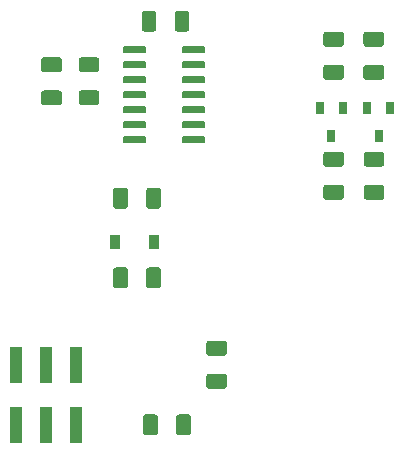
<source format=gtp>
G04 #@! TF.GenerationSoftware,KiCad,Pcbnew,(5.1.5-0-10_14)*
G04 #@! TF.CreationDate,2020-04-22T00:34:19+02:00*
G04 #@! TF.ProjectId,ithowifi,6974686f-7769-4666-992e-6b696361645f,rev?*
G04 #@! TF.SameCoordinates,Original*
G04 #@! TF.FileFunction,Paste,Top*
G04 #@! TF.FilePolarity,Positive*
%FSLAX46Y46*%
G04 Gerber Fmt 4.6, Leading zero omitted, Abs format (unit mm)*
G04 Created by KiCad (PCBNEW (5.1.5-0-10_14)) date 2020-04-22 00:34:19*
%MOMM*%
%LPD*%
G04 APERTURE LIST*
%ADD10C,0.100000*%
%ADD11R,0.700000X1.000000*%
%ADD12R,1.000000X3.150000*%
%ADD13R,0.900000X1.200000*%
G04 APERTURE END LIST*
D10*
G36*
X95645504Y-115451204D02*
G01*
X95669773Y-115454804D01*
X95693571Y-115460765D01*
X95716671Y-115469030D01*
X95738849Y-115479520D01*
X95759893Y-115492133D01*
X95779598Y-115506747D01*
X95797777Y-115523223D01*
X95814253Y-115541402D01*
X95828867Y-115561107D01*
X95841480Y-115582151D01*
X95851970Y-115604329D01*
X95860235Y-115627429D01*
X95866196Y-115651227D01*
X95869796Y-115675496D01*
X95871000Y-115700000D01*
X95871000Y-116450000D01*
X95869796Y-116474504D01*
X95866196Y-116498773D01*
X95860235Y-116522571D01*
X95851970Y-116545671D01*
X95841480Y-116567849D01*
X95828867Y-116588893D01*
X95814253Y-116608598D01*
X95797777Y-116626777D01*
X95779598Y-116643253D01*
X95759893Y-116657867D01*
X95738849Y-116670480D01*
X95716671Y-116680970D01*
X95693571Y-116689235D01*
X95669773Y-116695196D01*
X95645504Y-116698796D01*
X95621000Y-116700000D01*
X94371000Y-116700000D01*
X94346496Y-116698796D01*
X94322227Y-116695196D01*
X94298429Y-116689235D01*
X94275329Y-116680970D01*
X94253151Y-116670480D01*
X94232107Y-116657867D01*
X94212402Y-116643253D01*
X94194223Y-116626777D01*
X94177747Y-116608598D01*
X94163133Y-116588893D01*
X94150520Y-116567849D01*
X94140030Y-116545671D01*
X94131765Y-116522571D01*
X94125804Y-116498773D01*
X94122204Y-116474504D01*
X94121000Y-116450000D01*
X94121000Y-115700000D01*
X94122204Y-115675496D01*
X94125804Y-115651227D01*
X94131765Y-115627429D01*
X94140030Y-115604329D01*
X94150520Y-115582151D01*
X94163133Y-115561107D01*
X94177747Y-115541402D01*
X94194223Y-115523223D01*
X94212402Y-115506747D01*
X94232107Y-115492133D01*
X94253151Y-115479520D01*
X94275329Y-115469030D01*
X94298429Y-115460765D01*
X94322227Y-115454804D01*
X94346496Y-115451204D01*
X94371000Y-115450000D01*
X95621000Y-115450000D01*
X95645504Y-115451204D01*
G37*
G36*
X95645504Y-118251204D02*
G01*
X95669773Y-118254804D01*
X95693571Y-118260765D01*
X95716671Y-118269030D01*
X95738849Y-118279520D01*
X95759893Y-118292133D01*
X95779598Y-118306747D01*
X95797777Y-118323223D01*
X95814253Y-118341402D01*
X95828867Y-118361107D01*
X95841480Y-118382151D01*
X95851970Y-118404329D01*
X95860235Y-118427429D01*
X95866196Y-118451227D01*
X95869796Y-118475496D01*
X95871000Y-118500000D01*
X95871000Y-119250000D01*
X95869796Y-119274504D01*
X95866196Y-119298773D01*
X95860235Y-119322571D01*
X95851970Y-119345671D01*
X95841480Y-119367849D01*
X95828867Y-119388893D01*
X95814253Y-119408598D01*
X95797777Y-119426777D01*
X95779598Y-119443253D01*
X95759893Y-119457867D01*
X95738849Y-119470480D01*
X95716671Y-119480970D01*
X95693571Y-119489235D01*
X95669773Y-119495196D01*
X95645504Y-119498796D01*
X95621000Y-119500000D01*
X94371000Y-119500000D01*
X94346496Y-119498796D01*
X94322227Y-119495196D01*
X94298429Y-119489235D01*
X94275329Y-119480970D01*
X94253151Y-119470480D01*
X94232107Y-119457867D01*
X94212402Y-119443253D01*
X94194223Y-119426777D01*
X94177747Y-119408598D01*
X94163133Y-119388893D01*
X94150520Y-119367849D01*
X94140030Y-119345671D01*
X94131765Y-119322571D01*
X94125804Y-119298773D01*
X94122204Y-119274504D01*
X94121000Y-119250000D01*
X94121000Y-118500000D01*
X94122204Y-118475496D01*
X94125804Y-118451227D01*
X94131765Y-118427429D01*
X94140030Y-118404329D01*
X94150520Y-118382151D01*
X94163133Y-118361107D01*
X94177747Y-118341402D01*
X94194223Y-118323223D01*
X94212402Y-118306747D01*
X94232107Y-118292133D01*
X94253151Y-118279520D01*
X94275329Y-118269030D01*
X94298429Y-118260765D01*
X94322227Y-118254804D01*
X94346496Y-118251204D01*
X94371000Y-118250000D01*
X95621000Y-118250000D01*
X95645504Y-118251204D01*
G37*
G36*
X98820504Y-115451204D02*
G01*
X98844773Y-115454804D01*
X98868571Y-115460765D01*
X98891671Y-115469030D01*
X98913849Y-115479520D01*
X98934893Y-115492133D01*
X98954598Y-115506747D01*
X98972777Y-115523223D01*
X98989253Y-115541402D01*
X99003867Y-115561107D01*
X99016480Y-115582151D01*
X99026970Y-115604329D01*
X99035235Y-115627429D01*
X99041196Y-115651227D01*
X99044796Y-115675496D01*
X99046000Y-115700000D01*
X99046000Y-116450000D01*
X99044796Y-116474504D01*
X99041196Y-116498773D01*
X99035235Y-116522571D01*
X99026970Y-116545671D01*
X99016480Y-116567849D01*
X99003867Y-116588893D01*
X98989253Y-116608598D01*
X98972777Y-116626777D01*
X98954598Y-116643253D01*
X98934893Y-116657867D01*
X98913849Y-116670480D01*
X98891671Y-116680970D01*
X98868571Y-116689235D01*
X98844773Y-116695196D01*
X98820504Y-116698796D01*
X98796000Y-116700000D01*
X97546000Y-116700000D01*
X97521496Y-116698796D01*
X97497227Y-116695196D01*
X97473429Y-116689235D01*
X97450329Y-116680970D01*
X97428151Y-116670480D01*
X97407107Y-116657867D01*
X97387402Y-116643253D01*
X97369223Y-116626777D01*
X97352747Y-116608598D01*
X97338133Y-116588893D01*
X97325520Y-116567849D01*
X97315030Y-116545671D01*
X97306765Y-116522571D01*
X97300804Y-116498773D01*
X97297204Y-116474504D01*
X97296000Y-116450000D01*
X97296000Y-115700000D01*
X97297204Y-115675496D01*
X97300804Y-115651227D01*
X97306765Y-115627429D01*
X97315030Y-115604329D01*
X97325520Y-115582151D01*
X97338133Y-115561107D01*
X97352747Y-115541402D01*
X97369223Y-115523223D01*
X97387402Y-115506747D01*
X97407107Y-115492133D01*
X97428151Y-115479520D01*
X97450329Y-115469030D01*
X97473429Y-115460765D01*
X97497227Y-115454804D01*
X97521496Y-115451204D01*
X97546000Y-115450000D01*
X98796000Y-115450000D01*
X98820504Y-115451204D01*
G37*
G36*
X98820504Y-118251204D02*
G01*
X98844773Y-118254804D01*
X98868571Y-118260765D01*
X98891671Y-118269030D01*
X98913849Y-118279520D01*
X98934893Y-118292133D01*
X98954598Y-118306747D01*
X98972777Y-118323223D01*
X98989253Y-118341402D01*
X99003867Y-118361107D01*
X99016480Y-118382151D01*
X99026970Y-118404329D01*
X99035235Y-118427429D01*
X99041196Y-118451227D01*
X99044796Y-118475496D01*
X99046000Y-118500000D01*
X99046000Y-119250000D01*
X99044796Y-119274504D01*
X99041196Y-119298773D01*
X99035235Y-119322571D01*
X99026970Y-119345671D01*
X99016480Y-119367849D01*
X99003867Y-119388893D01*
X98989253Y-119408598D01*
X98972777Y-119426777D01*
X98954598Y-119443253D01*
X98934893Y-119457867D01*
X98913849Y-119470480D01*
X98891671Y-119480970D01*
X98868571Y-119489235D01*
X98844773Y-119495196D01*
X98820504Y-119498796D01*
X98796000Y-119500000D01*
X97546000Y-119500000D01*
X97521496Y-119498796D01*
X97497227Y-119495196D01*
X97473429Y-119489235D01*
X97450329Y-119480970D01*
X97428151Y-119470480D01*
X97407107Y-119457867D01*
X97387402Y-119443253D01*
X97369223Y-119426777D01*
X97352747Y-119408598D01*
X97338133Y-119388893D01*
X97325520Y-119367849D01*
X97315030Y-119345671D01*
X97306765Y-119322571D01*
X97300804Y-119298773D01*
X97297204Y-119274504D01*
X97296000Y-119250000D01*
X97296000Y-118500000D01*
X97297204Y-118475496D01*
X97300804Y-118451227D01*
X97306765Y-118427429D01*
X97315030Y-118404329D01*
X97325520Y-118382151D01*
X97338133Y-118361107D01*
X97352747Y-118341402D01*
X97369223Y-118323223D01*
X97387402Y-118306747D01*
X97407107Y-118292133D01*
X97428151Y-118279520D01*
X97450329Y-118269030D01*
X97473429Y-118260765D01*
X97497227Y-118254804D01*
X97521496Y-118251204D01*
X97546000Y-118250000D01*
X98796000Y-118250000D01*
X98820504Y-118251204D01*
G37*
D11*
X122682000Y-122104000D03*
X121732000Y-119704000D03*
X123632000Y-119704000D03*
D10*
G36*
X106447504Y-111521204D02*
G01*
X106471773Y-111524804D01*
X106495571Y-111530765D01*
X106518671Y-111539030D01*
X106540849Y-111549520D01*
X106561893Y-111562133D01*
X106581598Y-111576747D01*
X106599777Y-111593223D01*
X106616253Y-111611402D01*
X106630867Y-111631107D01*
X106643480Y-111652151D01*
X106653970Y-111674329D01*
X106662235Y-111697429D01*
X106668196Y-111721227D01*
X106671796Y-111745496D01*
X106673000Y-111770000D01*
X106673000Y-113020000D01*
X106671796Y-113044504D01*
X106668196Y-113068773D01*
X106662235Y-113092571D01*
X106653970Y-113115671D01*
X106643480Y-113137849D01*
X106630867Y-113158893D01*
X106616253Y-113178598D01*
X106599777Y-113196777D01*
X106581598Y-113213253D01*
X106561893Y-113227867D01*
X106540849Y-113240480D01*
X106518671Y-113250970D01*
X106495571Y-113259235D01*
X106471773Y-113265196D01*
X106447504Y-113268796D01*
X106423000Y-113270000D01*
X105673000Y-113270000D01*
X105648496Y-113268796D01*
X105624227Y-113265196D01*
X105600429Y-113259235D01*
X105577329Y-113250970D01*
X105555151Y-113240480D01*
X105534107Y-113227867D01*
X105514402Y-113213253D01*
X105496223Y-113196777D01*
X105479747Y-113178598D01*
X105465133Y-113158893D01*
X105452520Y-113137849D01*
X105442030Y-113115671D01*
X105433765Y-113092571D01*
X105427804Y-113068773D01*
X105424204Y-113044504D01*
X105423000Y-113020000D01*
X105423000Y-111770000D01*
X105424204Y-111745496D01*
X105427804Y-111721227D01*
X105433765Y-111697429D01*
X105442030Y-111674329D01*
X105452520Y-111652151D01*
X105465133Y-111631107D01*
X105479747Y-111611402D01*
X105496223Y-111593223D01*
X105514402Y-111576747D01*
X105534107Y-111562133D01*
X105555151Y-111549520D01*
X105577329Y-111539030D01*
X105600429Y-111530765D01*
X105624227Y-111524804D01*
X105648496Y-111521204D01*
X105673000Y-111520000D01*
X106423000Y-111520000D01*
X106447504Y-111521204D01*
G37*
G36*
X103647504Y-111521204D02*
G01*
X103671773Y-111524804D01*
X103695571Y-111530765D01*
X103718671Y-111539030D01*
X103740849Y-111549520D01*
X103761893Y-111562133D01*
X103781598Y-111576747D01*
X103799777Y-111593223D01*
X103816253Y-111611402D01*
X103830867Y-111631107D01*
X103843480Y-111652151D01*
X103853970Y-111674329D01*
X103862235Y-111697429D01*
X103868196Y-111721227D01*
X103871796Y-111745496D01*
X103873000Y-111770000D01*
X103873000Y-113020000D01*
X103871796Y-113044504D01*
X103868196Y-113068773D01*
X103862235Y-113092571D01*
X103853970Y-113115671D01*
X103843480Y-113137849D01*
X103830867Y-113158893D01*
X103816253Y-113178598D01*
X103799777Y-113196777D01*
X103781598Y-113213253D01*
X103761893Y-113227867D01*
X103740849Y-113240480D01*
X103718671Y-113250970D01*
X103695571Y-113259235D01*
X103671773Y-113265196D01*
X103647504Y-113268796D01*
X103623000Y-113270000D01*
X102873000Y-113270000D01*
X102848496Y-113268796D01*
X102824227Y-113265196D01*
X102800429Y-113259235D01*
X102777329Y-113250970D01*
X102755151Y-113240480D01*
X102734107Y-113227867D01*
X102714402Y-113213253D01*
X102696223Y-113196777D01*
X102679747Y-113178598D01*
X102665133Y-113158893D01*
X102652520Y-113137849D01*
X102642030Y-113115671D01*
X102633765Y-113092571D01*
X102627804Y-113068773D01*
X102624204Y-113044504D01*
X102623000Y-113020000D01*
X102623000Y-111770000D01*
X102624204Y-111745496D01*
X102627804Y-111721227D01*
X102633765Y-111697429D01*
X102642030Y-111674329D01*
X102652520Y-111652151D01*
X102665133Y-111631107D01*
X102679747Y-111611402D01*
X102696223Y-111593223D01*
X102714402Y-111576747D01*
X102734107Y-111562133D01*
X102755151Y-111549520D01*
X102777329Y-111539030D01*
X102800429Y-111530765D01*
X102824227Y-111524804D01*
X102848496Y-111521204D01*
X102873000Y-111520000D01*
X103623000Y-111520000D01*
X103647504Y-111521204D01*
G37*
G36*
X107835703Y-114508722D02*
G01*
X107850264Y-114510882D01*
X107864543Y-114514459D01*
X107878403Y-114519418D01*
X107891710Y-114525712D01*
X107904336Y-114533280D01*
X107916159Y-114542048D01*
X107927066Y-114551934D01*
X107936952Y-114562841D01*
X107945720Y-114574664D01*
X107953288Y-114587290D01*
X107959582Y-114600597D01*
X107964541Y-114614457D01*
X107968118Y-114628736D01*
X107970278Y-114643297D01*
X107971000Y-114658000D01*
X107971000Y-114958000D01*
X107970278Y-114972703D01*
X107968118Y-114987264D01*
X107964541Y-115001543D01*
X107959582Y-115015403D01*
X107953288Y-115028710D01*
X107945720Y-115041336D01*
X107936952Y-115053159D01*
X107927066Y-115064066D01*
X107916159Y-115073952D01*
X107904336Y-115082720D01*
X107891710Y-115090288D01*
X107878403Y-115096582D01*
X107864543Y-115101541D01*
X107850264Y-115105118D01*
X107835703Y-115107278D01*
X107821000Y-115108000D01*
X106171000Y-115108000D01*
X106156297Y-115107278D01*
X106141736Y-115105118D01*
X106127457Y-115101541D01*
X106113597Y-115096582D01*
X106100290Y-115090288D01*
X106087664Y-115082720D01*
X106075841Y-115073952D01*
X106064934Y-115064066D01*
X106055048Y-115053159D01*
X106046280Y-115041336D01*
X106038712Y-115028710D01*
X106032418Y-115015403D01*
X106027459Y-115001543D01*
X106023882Y-114987264D01*
X106021722Y-114972703D01*
X106021000Y-114958000D01*
X106021000Y-114658000D01*
X106021722Y-114643297D01*
X106023882Y-114628736D01*
X106027459Y-114614457D01*
X106032418Y-114600597D01*
X106038712Y-114587290D01*
X106046280Y-114574664D01*
X106055048Y-114562841D01*
X106064934Y-114551934D01*
X106075841Y-114542048D01*
X106087664Y-114533280D01*
X106100290Y-114525712D01*
X106113597Y-114519418D01*
X106127457Y-114514459D01*
X106141736Y-114510882D01*
X106156297Y-114508722D01*
X106171000Y-114508000D01*
X107821000Y-114508000D01*
X107835703Y-114508722D01*
G37*
G36*
X107835703Y-115778722D02*
G01*
X107850264Y-115780882D01*
X107864543Y-115784459D01*
X107878403Y-115789418D01*
X107891710Y-115795712D01*
X107904336Y-115803280D01*
X107916159Y-115812048D01*
X107927066Y-115821934D01*
X107936952Y-115832841D01*
X107945720Y-115844664D01*
X107953288Y-115857290D01*
X107959582Y-115870597D01*
X107964541Y-115884457D01*
X107968118Y-115898736D01*
X107970278Y-115913297D01*
X107971000Y-115928000D01*
X107971000Y-116228000D01*
X107970278Y-116242703D01*
X107968118Y-116257264D01*
X107964541Y-116271543D01*
X107959582Y-116285403D01*
X107953288Y-116298710D01*
X107945720Y-116311336D01*
X107936952Y-116323159D01*
X107927066Y-116334066D01*
X107916159Y-116343952D01*
X107904336Y-116352720D01*
X107891710Y-116360288D01*
X107878403Y-116366582D01*
X107864543Y-116371541D01*
X107850264Y-116375118D01*
X107835703Y-116377278D01*
X107821000Y-116378000D01*
X106171000Y-116378000D01*
X106156297Y-116377278D01*
X106141736Y-116375118D01*
X106127457Y-116371541D01*
X106113597Y-116366582D01*
X106100290Y-116360288D01*
X106087664Y-116352720D01*
X106075841Y-116343952D01*
X106064934Y-116334066D01*
X106055048Y-116323159D01*
X106046280Y-116311336D01*
X106038712Y-116298710D01*
X106032418Y-116285403D01*
X106027459Y-116271543D01*
X106023882Y-116257264D01*
X106021722Y-116242703D01*
X106021000Y-116228000D01*
X106021000Y-115928000D01*
X106021722Y-115913297D01*
X106023882Y-115898736D01*
X106027459Y-115884457D01*
X106032418Y-115870597D01*
X106038712Y-115857290D01*
X106046280Y-115844664D01*
X106055048Y-115832841D01*
X106064934Y-115821934D01*
X106075841Y-115812048D01*
X106087664Y-115803280D01*
X106100290Y-115795712D01*
X106113597Y-115789418D01*
X106127457Y-115784459D01*
X106141736Y-115780882D01*
X106156297Y-115778722D01*
X106171000Y-115778000D01*
X107821000Y-115778000D01*
X107835703Y-115778722D01*
G37*
G36*
X107835703Y-117048722D02*
G01*
X107850264Y-117050882D01*
X107864543Y-117054459D01*
X107878403Y-117059418D01*
X107891710Y-117065712D01*
X107904336Y-117073280D01*
X107916159Y-117082048D01*
X107927066Y-117091934D01*
X107936952Y-117102841D01*
X107945720Y-117114664D01*
X107953288Y-117127290D01*
X107959582Y-117140597D01*
X107964541Y-117154457D01*
X107968118Y-117168736D01*
X107970278Y-117183297D01*
X107971000Y-117198000D01*
X107971000Y-117498000D01*
X107970278Y-117512703D01*
X107968118Y-117527264D01*
X107964541Y-117541543D01*
X107959582Y-117555403D01*
X107953288Y-117568710D01*
X107945720Y-117581336D01*
X107936952Y-117593159D01*
X107927066Y-117604066D01*
X107916159Y-117613952D01*
X107904336Y-117622720D01*
X107891710Y-117630288D01*
X107878403Y-117636582D01*
X107864543Y-117641541D01*
X107850264Y-117645118D01*
X107835703Y-117647278D01*
X107821000Y-117648000D01*
X106171000Y-117648000D01*
X106156297Y-117647278D01*
X106141736Y-117645118D01*
X106127457Y-117641541D01*
X106113597Y-117636582D01*
X106100290Y-117630288D01*
X106087664Y-117622720D01*
X106075841Y-117613952D01*
X106064934Y-117604066D01*
X106055048Y-117593159D01*
X106046280Y-117581336D01*
X106038712Y-117568710D01*
X106032418Y-117555403D01*
X106027459Y-117541543D01*
X106023882Y-117527264D01*
X106021722Y-117512703D01*
X106021000Y-117498000D01*
X106021000Y-117198000D01*
X106021722Y-117183297D01*
X106023882Y-117168736D01*
X106027459Y-117154457D01*
X106032418Y-117140597D01*
X106038712Y-117127290D01*
X106046280Y-117114664D01*
X106055048Y-117102841D01*
X106064934Y-117091934D01*
X106075841Y-117082048D01*
X106087664Y-117073280D01*
X106100290Y-117065712D01*
X106113597Y-117059418D01*
X106127457Y-117054459D01*
X106141736Y-117050882D01*
X106156297Y-117048722D01*
X106171000Y-117048000D01*
X107821000Y-117048000D01*
X107835703Y-117048722D01*
G37*
G36*
X107835703Y-118318722D02*
G01*
X107850264Y-118320882D01*
X107864543Y-118324459D01*
X107878403Y-118329418D01*
X107891710Y-118335712D01*
X107904336Y-118343280D01*
X107916159Y-118352048D01*
X107927066Y-118361934D01*
X107936952Y-118372841D01*
X107945720Y-118384664D01*
X107953288Y-118397290D01*
X107959582Y-118410597D01*
X107964541Y-118424457D01*
X107968118Y-118438736D01*
X107970278Y-118453297D01*
X107971000Y-118468000D01*
X107971000Y-118768000D01*
X107970278Y-118782703D01*
X107968118Y-118797264D01*
X107964541Y-118811543D01*
X107959582Y-118825403D01*
X107953288Y-118838710D01*
X107945720Y-118851336D01*
X107936952Y-118863159D01*
X107927066Y-118874066D01*
X107916159Y-118883952D01*
X107904336Y-118892720D01*
X107891710Y-118900288D01*
X107878403Y-118906582D01*
X107864543Y-118911541D01*
X107850264Y-118915118D01*
X107835703Y-118917278D01*
X107821000Y-118918000D01*
X106171000Y-118918000D01*
X106156297Y-118917278D01*
X106141736Y-118915118D01*
X106127457Y-118911541D01*
X106113597Y-118906582D01*
X106100290Y-118900288D01*
X106087664Y-118892720D01*
X106075841Y-118883952D01*
X106064934Y-118874066D01*
X106055048Y-118863159D01*
X106046280Y-118851336D01*
X106038712Y-118838710D01*
X106032418Y-118825403D01*
X106027459Y-118811543D01*
X106023882Y-118797264D01*
X106021722Y-118782703D01*
X106021000Y-118768000D01*
X106021000Y-118468000D01*
X106021722Y-118453297D01*
X106023882Y-118438736D01*
X106027459Y-118424457D01*
X106032418Y-118410597D01*
X106038712Y-118397290D01*
X106046280Y-118384664D01*
X106055048Y-118372841D01*
X106064934Y-118361934D01*
X106075841Y-118352048D01*
X106087664Y-118343280D01*
X106100290Y-118335712D01*
X106113597Y-118329418D01*
X106127457Y-118324459D01*
X106141736Y-118320882D01*
X106156297Y-118318722D01*
X106171000Y-118318000D01*
X107821000Y-118318000D01*
X107835703Y-118318722D01*
G37*
G36*
X107835703Y-119588722D02*
G01*
X107850264Y-119590882D01*
X107864543Y-119594459D01*
X107878403Y-119599418D01*
X107891710Y-119605712D01*
X107904336Y-119613280D01*
X107916159Y-119622048D01*
X107927066Y-119631934D01*
X107936952Y-119642841D01*
X107945720Y-119654664D01*
X107953288Y-119667290D01*
X107959582Y-119680597D01*
X107964541Y-119694457D01*
X107968118Y-119708736D01*
X107970278Y-119723297D01*
X107971000Y-119738000D01*
X107971000Y-120038000D01*
X107970278Y-120052703D01*
X107968118Y-120067264D01*
X107964541Y-120081543D01*
X107959582Y-120095403D01*
X107953288Y-120108710D01*
X107945720Y-120121336D01*
X107936952Y-120133159D01*
X107927066Y-120144066D01*
X107916159Y-120153952D01*
X107904336Y-120162720D01*
X107891710Y-120170288D01*
X107878403Y-120176582D01*
X107864543Y-120181541D01*
X107850264Y-120185118D01*
X107835703Y-120187278D01*
X107821000Y-120188000D01*
X106171000Y-120188000D01*
X106156297Y-120187278D01*
X106141736Y-120185118D01*
X106127457Y-120181541D01*
X106113597Y-120176582D01*
X106100290Y-120170288D01*
X106087664Y-120162720D01*
X106075841Y-120153952D01*
X106064934Y-120144066D01*
X106055048Y-120133159D01*
X106046280Y-120121336D01*
X106038712Y-120108710D01*
X106032418Y-120095403D01*
X106027459Y-120081543D01*
X106023882Y-120067264D01*
X106021722Y-120052703D01*
X106021000Y-120038000D01*
X106021000Y-119738000D01*
X106021722Y-119723297D01*
X106023882Y-119708736D01*
X106027459Y-119694457D01*
X106032418Y-119680597D01*
X106038712Y-119667290D01*
X106046280Y-119654664D01*
X106055048Y-119642841D01*
X106064934Y-119631934D01*
X106075841Y-119622048D01*
X106087664Y-119613280D01*
X106100290Y-119605712D01*
X106113597Y-119599418D01*
X106127457Y-119594459D01*
X106141736Y-119590882D01*
X106156297Y-119588722D01*
X106171000Y-119588000D01*
X107821000Y-119588000D01*
X107835703Y-119588722D01*
G37*
G36*
X107835703Y-120858722D02*
G01*
X107850264Y-120860882D01*
X107864543Y-120864459D01*
X107878403Y-120869418D01*
X107891710Y-120875712D01*
X107904336Y-120883280D01*
X107916159Y-120892048D01*
X107927066Y-120901934D01*
X107936952Y-120912841D01*
X107945720Y-120924664D01*
X107953288Y-120937290D01*
X107959582Y-120950597D01*
X107964541Y-120964457D01*
X107968118Y-120978736D01*
X107970278Y-120993297D01*
X107971000Y-121008000D01*
X107971000Y-121308000D01*
X107970278Y-121322703D01*
X107968118Y-121337264D01*
X107964541Y-121351543D01*
X107959582Y-121365403D01*
X107953288Y-121378710D01*
X107945720Y-121391336D01*
X107936952Y-121403159D01*
X107927066Y-121414066D01*
X107916159Y-121423952D01*
X107904336Y-121432720D01*
X107891710Y-121440288D01*
X107878403Y-121446582D01*
X107864543Y-121451541D01*
X107850264Y-121455118D01*
X107835703Y-121457278D01*
X107821000Y-121458000D01*
X106171000Y-121458000D01*
X106156297Y-121457278D01*
X106141736Y-121455118D01*
X106127457Y-121451541D01*
X106113597Y-121446582D01*
X106100290Y-121440288D01*
X106087664Y-121432720D01*
X106075841Y-121423952D01*
X106064934Y-121414066D01*
X106055048Y-121403159D01*
X106046280Y-121391336D01*
X106038712Y-121378710D01*
X106032418Y-121365403D01*
X106027459Y-121351543D01*
X106023882Y-121337264D01*
X106021722Y-121322703D01*
X106021000Y-121308000D01*
X106021000Y-121008000D01*
X106021722Y-120993297D01*
X106023882Y-120978736D01*
X106027459Y-120964457D01*
X106032418Y-120950597D01*
X106038712Y-120937290D01*
X106046280Y-120924664D01*
X106055048Y-120912841D01*
X106064934Y-120901934D01*
X106075841Y-120892048D01*
X106087664Y-120883280D01*
X106100290Y-120875712D01*
X106113597Y-120869418D01*
X106127457Y-120864459D01*
X106141736Y-120860882D01*
X106156297Y-120858722D01*
X106171000Y-120858000D01*
X107821000Y-120858000D01*
X107835703Y-120858722D01*
G37*
G36*
X107835703Y-122128722D02*
G01*
X107850264Y-122130882D01*
X107864543Y-122134459D01*
X107878403Y-122139418D01*
X107891710Y-122145712D01*
X107904336Y-122153280D01*
X107916159Y-122162048D01*
X107927066Y-122171934D01*
X107936952Y-122182841D01*
X107945720Y-122194664D01*
X107953288Y-122207290D01*
X107959582Y-122220597D01*
X107964541Y-122234457D01*
X107968118Y-122248736D01*
X107970278Y-122263297D01*
X107971000Y-122278000D01*
X107971000Y-122578000D01*
X107970278Y-122592703D01*
X107968118Y-122607264D01*
X107964541Y-122621543D01*
X107959582Y-122635403D01*
X107953288Y-122648710D01*
X107945720Y-122661336D01*
X107936952Y-122673159D01*
X107927066Y-122684066D01*
X107916159Y-122693952D01*
X107904336Y-122702720D01*
X107891710Y-122710288D01*
X107878403Y-122716582D01*
X107864543Y-122721541D01*
X107850264Y-122725118D01*
X107835703Y-122727278D01*
X107821000Y-122728000D01*
X106171000Y-122728000D01*
X106156297Y-122727278D01*
X106141736Y-122725118D01*
X106127457Y-122721541D01*
X106113597Y-122716582D01*
X106100290Y-122710288D01*
X106087664Y-122702720D01*
X106075841Y-122693952D01*
X106064934Y-122684066D01*
X106055048Y-122673159D01*
X106046280Y-122661336D01*
X106038712Y-122648710D01*
X106032418Y-122635403D01*
X106027459Y-122621543D01*
X106023882Y-122607264D01*
X106021722Y-122592703D01*
X106021000Y-122578000D01*
X106021000Y-122278000D01*
X106021722Y-122263297D01*
X106023882Y-122248736D01*
X106027459Y-122234457D01*
X106032418Y-122220597D01*
X106038712Y-122207290D01*
X106046280Y-122194664D01*
X106055048Y-122182841D01*
X106064934Y-122171934D01*
X106075841Y-122162048D01*
X106087664Y-122153280D01*
X106100290Y-122145712D01*
X106113597Y-122139418D01*
X106127457Y-122134459D01*
X106141736Y-122130882D01*
X106156297Y-122128722D01*
X106171000Y-122128000D01*
X107821000Y-122128000D01*
X107835703Y-122128722D01*
G37*
G36*
X102885703Y-122128722D02*
G01*
X102900264Y-122130882D01*
X102914543Y-122134459D01*
X102928403Y-122139418D01*
X102941710Y-122145712D01*
X102954336Y-122153280D01*
X102966159Y-122162048D01*
X102977066Y-122171934D01*
X102986952Y-122182841D01*
X102995720Y-122194664D01*
X103003288Y-122207290D01*
X103009582Y-122220597D01*
X103014541Y-122234457D01*
X103018118Y-122248736D01*
X103020278Y-122263297D01*
X103021000Y-122278000D01*
X103021000Y-122578000D01*
X103020278Y-122592703D01*
X103018118Y-122607264D01*
X103014541Y-122621543D01*
X103009582Y-122635403D01*
X103003288Y-122648710D01*
X102995720Y-122661336D01*
X102986952Y-122673159D01*
X102977066Y-122684066D01*
X102966159Y-122693952D01*
X102954336Y-122702720D01*
X102941710Y-122710288D01*
X102928403Y-122716582D01*
X102914543Y-122721541D01*
X102900264Y-122725118D01*
X102885703Y-122727278D01*
X102871000Y-122728000D01*
X101221000Y-122728000D01*
X101206297Y-122727278D01*
X101191736Y-122725118D01*
X101177457Y-122721541D01*
X101163597Y-122716582D01*
X101150290Y-122710288D01*
X101137664Y-122702720D01*
X101125841Y-122693952D01*
X101114934Y-122684066D01*
X101105048Y-122673159D01*
X101096280Y-122661336D01*
X101088712Y-122648710D01*
X101082418Y-122635403D01*
X101077459Y-122621543D01*
X101073882Y-122607264D01*
X101071722Y-122592703D01*
X101071000Y-122578000D01*
X101071000Y-122278000D01*
X101071722Y-122263297D01*
X101073882Y-122248736D01*
X101077459Y-122234457D01*
X101082418Y-122220597D01*
X101088712Y-122207290D01*
X101096280Y-122194664D01*
X101105048Y-122182841D01*
X101114934Y-122171934D01*
X101125841Y-122162048D01*
X101137664Y-122153280D01*
X101150290Y-122145712D01*
X101163597Y-122139418D01*
X101177457Y-122134459D01*
X101191736Y-122130882D01*
X101206297Y-122128722D01*
X101221000Y-122128000D01*
X102871000Y-122128000D01*
X102885703Y-122128722D01*
G37*
G36*
X102885703Y-120858722D02*
G01*
X102900264Y-120860882D01*
X102914543Y-120864459D01*
X102928403Y-120869418D01*
X102941710Y-120875712D01*
X102954336Y-120883280D01*
X102966159Y-120892048D01*
X102977066Y-120901934D01*
X102986952Y-120912841D01*
X102995720Y-120924664D01*
X103003288Y-120937290D01*
X103009582Y-120950597D01*
X103014541Y-120964457D01*
X103018118Y-120978736D01*
X103020278Y-120993297D01*
X103021000Y-121008000D01*
X103021000Y-121308000D01*
X103020278Y-121322703D01*
X103018118Y-121337264D01*
X103014541Y-121351543D01*
X103009582Y-121365403D01*
X103003288Y-121378710D01*
X102995720Y-121391336D01*
X102986952Y-121403159D01*
X102977066Y-121414066D01*
X102966159Y-121423952D01*
X102954336Y-121432720D01*
X102941710Y-121440288D01*
X102928403Y-121446582D01*
X102914543Y-121451541D01*
X102900264Y-121455118D01*
X102885703Y-121457278D01*
X102871000Y-121458000D01*
X101221000Y-121458000D01*
X101206297Y-121457278D01*
X101191736Y-121455118D01*
X101177457Y-121451541D01*
X101163597Y-121446582D01*
X101150290Y-121440288D01*
X101137664Y-121432720D01*
X101125841Y-121423952D01*
X101114934Y-121414066D01*
X101105048Y-121403159D01*
X101096280Y-121391336D01*
X101088712Y-121378710D01*
X101082418Y-121365403D01*
X101077459Y-121351543D01*
X101073882Y-121337264D01*
X101071722Y-121322703D01*
X101071000Y-121308000D01*
X101071000Y-121008000D01*
X101071722Y-120993297D01*
X101073882Y-120978736D01*
X101077459Y-120964457D01*
X101082418Y-120950597D01*
X101088712Y-120937290D01*
X101096280Y-120924664D01*
X101105048Y-120912841D01*
X101114934Y-120901934D01*
X101125841Y-120892048D01*
X101137664Y-120883280D01*
X101150290Y-120875712D01*
X101163597Y-120869418D01*
X101177457Y-120864459D01*
X101191736Y-120860882D01*
X101206297Y-120858722D01*
X101221000Y-120858000D01*
X102871000Y-120858000D01*
X102885703Y-120858722D01*
G37*
G36*
X102885703Y-119588722D02*
G01*
X102900264Y-119590882D01*
X102914543Y-119594459D01*
X102928403Y-119599418D01*
X102941710Y-119605712D01*
X102954336Y-119613280D01*
X102966159Y-119622048D01*
X102977066Y-119631934D01*
X102986952Y-119642841D01*
X102995720Y-119654664D01*
X103003288Y-119667290D01*
X103009582Y-119680597D01*
X103014541Y-119694457D01*
X103018118Y-119708736D01*
X103020278Y-119723297D01*
X103021000Y-119738000D01*
X103021000Y-120038000D01*
X103020278Y-120052703D01*
X103018118Y-120067264D01*
X103014541Y-120081543D01*
X103009582Y-120095403D01*
X103003288Y-120108710D01*
X102995720Y-120121336D01*
X102986952Y-120133159D01*
X102977066Y-120144066D01*
X102966159Y-120153952D01*
X102954336Y-120162720D01*
X102941710Y-120170288D01*
X102928403Y-120176582D01*
X102914543Y-120181541D01*
X102900264Y-120185118D01*
X102885703Y-120187278D01*
X102871000Y-120188000D01*
X101221000Y-120188000D01*
X101206297Y-120187278D01*
X101191736Y-120185118D01*
X101177457Y-120181541D01*
X101163597Y-120176582D01*
X101150290Y-120170288D01*
X101137664Y-120162720D01*
X101125841Y-120153952D01*
X101114934Y-120144066D01*
X101105048Y-120133159D01*
X101096280Y-120121336D01*
X101088712Y-120108710D01*
X101082418Y-120095403D01*
X101077459Y-120081543D01*
X101073882Y-120067264D01*
X101071722Y-120052703D01*
X101071000Y-120038000D01*
X101071000Y-119738000D01*
X101071722Y-119723297D01*
X101073882Y-119708736D01*
X101077459Y-119694457D01*
X101082418Y-119680597D01*
X101088712Y-119667290D01*
X101096280Y-119654664D01*
X101105048Y-119642841D01*
X101114934Y-119631934D01*
X101125841Y-119622048D01*
X101137664Y-119613280D01*
X101150290Y-119605712D01*
X101163597Y-119599418D01*
X101177457Y-119594459D01*
X101191736Y-119590882D01*
X101206297Y-119588722D01*
X101221000Y-119588000D01*
X102871000Y-119588000D01*
X102885703Y-119588722D01*
G37*
G36*
X102885703Y-118318722D02*
G01*
X102900264Y-118320882D01*
X102914543Y-118324459D01*
X102928403Y-118329418D01*
X102941710Y-118335712D01*
X102954336Y-118343280D01*
X102966159Y-118352048D01*
X102977066Y-118361934D01*
X102986952Y-118372841D01*
X102995720Y-118384664D01*
X103003288Y-118397290D01*
X103009582Y-118410597D01*
X103014541Y-118424457D01*
X103018118Y-118438736D01*
X103020278Y-118453297D01*
X103021000Y-118468000D01*
X103021000Y-118768000D01*
X103020278Y-118782703D01*
X103018118Y-118797264D01*
X103014541Y-118811543D01*
X103009582Y-118825403D01*
X103003288Y-118838710D01*
X102995720Y-118851336D01*
X102986952Y-118863159D01*
X102977066Y-118874066D01*
X102966159Y-118883952D01*
X102954336Y-118892720D01*
X102941710Y-118900288D01*
X102928403Y-118906582D01*
X102914543Y-118911541D01*
X102900264Y-118915118D01*
X102885703Y-118917278D01*
X102871000Y-118918000D01*
X101221000Y-118918000D01*
X101206297Y-118917278D01*
X101191736Y-118915118D01*
X101177457Y-118911541D01*
X101163597Y-118906582D01*
X101150290Y-118900288D01*
X101137664Y-118892720D01*
X101125841Y-118883952D01*
X101114934Y-118874066D01*
X101105048Y-118863159D01*
X101096280Y-118851336D01*
X101088712Y-118838710D01*
X101082418Y-118825403D01*
X101077459Y-118811543D01*
X101073882Y-118797264D01*
X101071722Y-118782703D01*
X101071000Y-118768000D01*
X101071000Y-118468000D01*
X101071722Y-118453297D01*
X101073882Y-118438736D01*
X101077459Y-118424457D01*
X101082418Y-118410597D01*
X101088712Y-118397290D01*
X101096280Y-118384664D01*
X101105048Y-118372841D01*
X101114934Y-118361934D01*
X101125841Y-118352048D01*
X101137664Y-118343280D01*
X101150290Y-118335712D01*
X101163597Y-118329418D01*
X101177457Y-118324459D01*
X101191736Y-118320882D01*
X101206297Y-118318722D01*
X101221000Y-118318000D01*
X102871000Y-118318000D01*
X102885703Y-118318722D01*
G37*
G36*
X102885703Y-117048722D02*
G01*
X102900264Y-117050882D01*
X102914543Y-117054459D01*
X102928403Y-117059418D01*
X102941710Y-117065712D01*
X102954336Y-117073280D01*
X102966159Y-117082048D01*
X102977066Y-117091934D01*
X102986952Y-117102841D01*
X102995720Y-117114664D01*
X103003288Y-117127290D01*
X103009582Y-117140597D01*
X103014541Y-117154457D01*
X103018118Y-117168736D01*
X103020278Y-117183297D01*
X103021000Y-117198000D01*
X103021000Y-117498000D01*
X103020278Y-117512703D01*
X103018118Y-117527264D01*
X103014541Y-117541543D01*
X103009582Y-117555403D01*
X103003288Y-117568710D01*
X102995720Y-117581336D01*
X102986952Y-117593159D01*
X102977066Y-117604066D01*
X102966159Y-117613952D01*
X102954336Y-117622720D01*
X102941710Y-117630288D01*
X102928403Y-117636582D01*
X102914543Y-117641541D01*
X102900264Y-117645118D01*
X102885703Y-117647278D01*
X102871000Y-117648000D01*
X101221000Y-117648000D01*
X101206297Y-117647278D01*
X101191736Y-117645118D01*
X101177457Y-117641541D01*
X101163597Y-117636582D01*
X101150290Y-117630288D01*
X101137664Y-117622720D01*
X101125841Y-117613952D01*
X101114934Y-117604066D01*
X101105048Y-117593159D01*
X101096280Y-117581336D01*
X101088712Y-117568710D01*
X101082418Y-117555403D01*
X101077459Y-117541543D01*
X101073882Y-117527264D01*
X101071722Y-117512703D01*
X101071000Y-117498000D01*
X101071000Y-117198000D01*
X101071722Y-117183297D01*
X101073882Y-117168736D01*
X101077459Y-117154457D01*
X101082418Y-117140597D01*
X101088712Y-117127290D01*
X101096280Y-117114664D01*
X101105048Y-117102841D01*
X101114934Y-117091934D01*
X101125841Y-117082048D01*
X101137664Y-117073280D01*
X101150290Y-117065712D01*
X101163597Y-117059418D01*
X101177457Y-117054459D01*
X101191736Y-117050882D01*
X101206297Y-117048722D01*
X101221000Y-117048000D01*
X102871000Y-117048000D01*
X102885703Y-117048722D01*
G37*
G36*
X102885703Y-115778722D02*
G01*
X102900264Y-115780882D01*
X102914543Y-115784459D01*
X102928403Y-115789418D01*
X102941710Y-115795712D01*
X102954336Y-115803280D01*
X102966159Y-115812048D01*
X102977066Y-115821934D01*
X102986952Y-115832841D01*
X102995720Y-115844664D01*
X103003288Y-115857290D01*
X103009582Y-115870597D01*
X103014541Y-115884457D01*
X103018118Y-115898736D01*
X103020278Y-115913297D01*
X103021000Y-115928000D01*
X103021000Y-116228000D01*
X103020278Y-116242703D01*
X103018118Y-116257264D01*
X103014541Y-116271543D01*
X103009582Y-116285403D01*
X103003288Y-116298710D01*
X102995720Y-116311336D01*
X102986952Y-116323159D01*
X102977066Y-116334066D01*
X102966159Y-116343952D01*
X102954336Y-116352720D01*
X102941710Y-116360288D01*
X102928403Y-116366582D01*
X102914543Y-116371541D01*
X102900264Y-116375118D01*
X102885703Y-116377278D01*
X102871000Y-116378000D01*
X101221000Y-116378000D01*
X101206297Y-116377278D01*
X101191736Y-116375118D01*
X101177457Y-116371541D01*
X101163597Y-116366582D01*
X101150290Y-116360288D01*
X101137664Y-116352720D01*
X101125841Y-116343952D01*
X101114934Y-116334066D01*
X101105048Y-116323159D01*
X101096280Y-116311336D01*
X101088712Y-116298710D01*
X101082418Y-116285403D01*
X101077459Y-116271543D01*
X101073882Y-116257264D01*
X101071722Y-116242703D01*
X101071000Y-116228000D01*
X101071000Y-115928000D01*
X101071722Y-115913297D01*
X101073882Y-115898736D01*
X101077459Y-115884457D01*
X101082418Y-115870597D01*
X101088712Y-115857290D01*
X101096280Y-115844664D01*
X101105048Y-115832841D01*
X101114934Y-115821934D01*
X101125841Y-115812048D01*
X101137664Y-115803280D01*
X101150290Y-115795712D01*
X101163597Y-115789418D01*
X101177457Y-115784459D01*
X101191736Y-115780882D01*
X101206297Y-115778722D01*
X101221000Y-115778000D01*
X102871000Y-115778000D01*
X102885703Y-115778722D01*
G37*
G36*
X102885703Y-114508722D02*
G01*
X102900264Y-114510882D01*
X102914543Y-114514459D01*
X102928403Y-114519418D01*
X102941710Y-114525712D01*
X102954336Y-114533280D01*
X102966159Y-114542048D01*
X102977066Y-114551934D01*
X102986952Y-114562841D01*
X102995720Y-114574664D01*
X103003288Y-114587290D01*
X103009582Y-114600597D01*
X103014541Y-114614457D01*
X103018118Y-114628736D01*
X103020278Y-114643297D01*
X103021000Y-114658000D01*
X103021000Y-114958000D01*
X103020278Y-114972703D01*
X103018118Y-114987264D01*
X103014541Y-115001543D01*
X103009582Y-115015403D01*
X103003288Y-115028710D01*
X102995720Y-115041336D01*
X102986952Y-115053159D01*
X102977066Y-115064066D01*
X102966159Y-115073952D01*
X102954336Y-115082720D01*
X102941710Y-115090288D01*
X102928403Y-115096582D01*
X102914543Y-115101541D01*
X102900264Y-115105118D01*
X102885703Y-115107278D01*
X102871000Y-115108000D01*
X101221000Y-115108000D01*
X101206297Y-115107278D01*
X101191736Y-115105118D01*
X101177457Y-115101541D01*
X101163597Y-115096582D01*
X101150290Y-115090288D01*
X101137664Y-115082720D01*
X101125841Y-115073952D01*
X101114934Y-115064066D01*
X101105048Y-115053159D01*
X101096280Y-115041336D01*
X101088712Y-115028710D01*
X101082418Y-115015403D01*
X101077459Y-115001543D01*
X101073882Y-114987264D01*
X101071722Y-114972703D01*
X101071000Y-114958000D01*
X101071000Y-114658000D01*
X101071722Y-114643297D01*
X101073882Y-114628736D01*
X101077459Y-114614457D01*
X101082418Y-114600597D01*
X101088712Y-114587290D01*
X101096280Y-114574664D01*
X101105048Y-114562841D01*
X101114934Y-114551934D01*
X101125841Y-114542048D01*
X101137664Y-114533280D01*
X101150290Y-114525712D01*
X101163597Y-114519418D01*
X101177457Y-114514459D01*
X101191736Y-114510882D01*
X101206297Y-114508722D01*
X101221000Y-114508000D01*
X102871000Y-114508000D01*
X102885703Y-114508722D01*
G37*
G36*
X101237504Y-133238204D02*
G01*
X101261773Y-133241804D01*
X101285571Y-133247765D01*
X101308671Y-133256030D01*
X101330849Y-133266520D01*
X101351893Y-133279133D01*
X101371598Y-133293747D01*
X101389777Y-133310223D01*
X101406253Y-133328402D01*
X101420867Y-133348107D01*
X101433480Y-133369151D01*
X101443970Y-133391329D01*
X101452235Y-133414429D01*
X101458196Y-133438227D01*
X101461796Y-133462496D01*
X101463000Y-133487000D01*
X101463000Y-134737000D01*
X101461796Y-134761504D01*
X101458196Y-134785773D01*
X101452235Y-134809571D01*
X101443970Y-134832671D01*
X101433480Y-134854849D01*
X101420867Y-134875893D01*
X101406253Y-134895598D01*
X101389777Y-134913777D01*
X101371598Y-134930253D01*
X101351893Y-134944867D01*
X101330849Y-134957480D01*
X101308671Y-134967970D01*
X101285571Y-134976235D01*
X101261773Y-134982196D01*
X101237504Y-134985796D01*
X101213000Y-134987000D01*
X100463000Y-134987000D01*
X100438496Y-134985796D01*
X100414227Y-134982196D01*
X100390429Y-134976235D01*
X100367329Y-134967970D01*
X100345151Y-134957480D01*
X100324107Y-134944867D01*
X100304402Y-134930253D01*
X100286223Y-134913777D01*
X100269747Y-134895598D01*
X100255133Y-134875893D01*
X100242520Y-134854849D01*
X100232030Y-134832671D01*
X100223765Y-134809571D01*
X100217804Y-134785773D01*
X100214204Y-134761504D01*
X100213000Y-134737000D01*
X100213000Y-133487000D01*
X100214204Y-133462496D01*
X100217804Y-133438227D01*
X100223765Y-133414429D01*
X100232030Y-133391329D01*
X100242520Y-133369151D01*
X100255133Y-133348107D01*
X100269747Y-133328402D01*
X100286223Y-133310223D01*
X100304402Y-133293747D01*
X100324107Y-133279133D01*
X100345151Y-133266520D01*
X100367329Y-133256030D01*
X100390429Y-133247765D01*
X100414227Y-133241804D01*
X100438496Y-133238204D01*
X100463000Y-133237000D01*
X101213000Y-133237000D01*
X101237504Y-133238204D01*
G37*
G36*
X104037504Y-133238204D02*
G01*
X104061773Y-133241804D01*
X104085571Y-133247765D01*
X104108671Y-133256030D01*
X104130849Y-133266520D01*
X104151893Y-133279133D01*
X104171598Y-133293747D01*
X104189777Y-133310223D01*
X104206253Y-133328402D01*
X104220867Y-133348107D01*
X104233480Y-133369151D01*
X104243970Y-133391329D01*
X104252235Y-133414429D01*
X104258196Y-133438227D01*
X104261796Y-133462496D01*
X104263000Y-133487000D01*
X104263000Y-134737000D01*
X104261796Y-134761504D01*
X104258196Y-134785773D01*
X104252235Y-134809571D01*
X104243970Y-134832671D01*
X104233480Y-134854849D01*
X104220867Y-134875893D01*
X104206253Y-134895598D01*
X104189777Y-134913777D01*
X104171598Y-134930253D01*
X104151893Y-134944867D01*
X104130849Y-134957480D01*
X104108671Y-134967970D01*
X104085571Y-134976235D01*
X104061773Y-134982196D01*
X104037504Y-134985796D01*
X104013000Y-134987000D01*
X103263000Y-134987000D01*
X103238496Y-134985796D01*
X103214227Y-134982196D01*
X103190429Y-134976235D01*
X103167329Y-134967970D01*
X103145151Y-134957480D01*
X103124107Y-134944867D01*
X103104402Y-134930253D01*
X103086223Y-134913777D01*
X103069747Y-134895598D01*
X103055133Y-134875893D01*
X103042520Y-134854849D01*
X103032030Y-134832671D01*
X103023765Y-134809571D01*
X103017804Y-134785773D01*
X103014204Y-134761504D01*
X103013000Y-134737000D01*
X103013000Y-133487000D01*
X103014204Y-133462496D01*
X103017804Y-133438227D01*
X103023765Y-133414429D01*
X103032030Y-133391329D01*
X103042520Y-133369151D01*
X103055133Y-133348107D01*
X103069747Y-133328402D01*
X103086223Y-133310223D01*
X103104402Y-133293747D01*
X103124107Y-133279133D01*
X103145151Y-133266520D01*
X103167329Y-133256030D01*
X103190429Y-133247765D01*
X103214227Y-133241804D01*
X103238496Y-133238204D01*
X103263000Y-133237000D01*
X104013000Y-133237000D01*
X104037504Y-133238204D01*
G37*
D11*
X118684000Y-122104000D03*
X117734000Y-119704000D03*
X119634000Y-119704000D03*
D12*
X91948000Y-146543000D03*
X91948000Y-141493000D03*
X94488000Y-146543000D03*
X94488000Y-141493000D03*
X97028000Y-146543000D03*
X97028000Y-141493000D03*
D13*
X103666000Y-131064000D03*
X100366000Y-131064000D03*
D10*
G36*
X104034504Y-126507204D02*
G01*
X104058773Y-126510804D01*
X104082571Y-126516765D01*
X104105671Y-126525030D01*
X104127849Y-126535520D01*
X104148893Y-126548133D01*
X104168598Y-126562747D01*
X104186777Y-126579223D01*
X104203253Y-126597402D01*
X104217867Y-126617107D01*
X104230480Y-126638151D01*
X104240970Y-126660329D01*
X104249235Y-126683429D01*
X104255196Y-126707227D01*
X104258796Y-126731496D01*
X104260000Y-126756000D01*
X104260000Y-128006000D01*
X104258796Y-128030504D01*
X104255196Y-128054773D01*
X104249235Y-128078571D01*
X104240970Y-128101671D01*
X104230480Y-128123849D01*
X104217867Y-128144893D01*
X104203253Y-128164598D01*
X104186777Y-128182777D01*
X104168598Y-128199253D01*
X104148893Y-128213867D01*
X104127849Y-128226480D01*
X104105671Y-128236970D01*
X104082571Y-128245235D01*
X104058773Y-128251196D01*
X104034504Y-128254796D01*
X104010000Y-128256000D01*
X103260000Y-128256000D01*
X103235496Y-128254796D01*
X103211227Y-128251196D01*
X103187429Y-128245235D01*
X103164329Y-128236970D01*
X103142151Y-128226480D01*
X103121107Y-128213867D01*
X103101402Y-128199253D01*
X103083223Y-128182777D01*
X103066747Y-128164598D01*
X103052133Y-128144893D01*
X103039520Y-128123849D01*
X103029030Y-128101671D01*
X103020765Y-128078571D01*
X103014804Y-128054773D01*
X103011204Y-128030504D01*
X103010000Y-128006000D01*
X103010000Y-126756000D01*
X103011204Y-126731496D01*
X103014804Y-126707227D01*
X103020765Y-126683429D01*
X103029030Y-126660329D01*
X103039520Y-126638151D01*
X103052133Y-126617107D01*
X103066747Y-126597402D01*
X103083223Y-126579223D01*
X103101402Y-126562747D01*
X103121107Y-126548133D01*
X103142151Y-126535520D01*
X103164329Y-126525030D01*
X103187429Y-126516765D01*
X103211227Y-126510804D01*
X103235496Y-126507204D01*
X103260000Y-126506000D01*
X104010000Y-126506000D01*
X104034504Y-126507204D01*
G37*
G36*
X101234504Y-126507204D02*
G01*
X101258773Y-126510804D01*
X101282571Y-126516765D01*
X101305671Y-126525030D01*
X101327849Y-126535520D01*
X101348893Y-126548133D01*
X101368598Y-126562747D01*
X101386777Y-126579223D01*
X101403253Y-126597402D01*
X101417867Y-126617107D01*
X101430480Y-126638151D01*
X101440970Y-126660329D01*
X101449235Y-126683429D01*
X101455196Y-126707227D01*
X101458796Y-126731496D01*
X101460000Y-126756000D01*
X101460000Y-128006000D01*
X101458796Y-128030504D01*
X101455196Y-128054773D01*
X101449235Y-128078571D01*
X101440970Y-128101671D01*
X101430480Y-128123849D01*
X101417867Y-128144893D01*
X101403253Y-128164598D01*
X101386777Y-128182777D01*
X101368598Y-128199253D01*
X101348893Y-128213867D01*
X101327849Y-128226480D01*
X101305671Y-128236970D01*
X101282571Y-128245235D01*
X101258773Y-128251196D01*
X101234504Y-128254796D01*
X101210000Y-128256000D01*
X100460000Y-128256000D01*
X100435496Y-128254796D01*
X100411227Y-128251196D01*
X100387429Y-128245235D01*
X100364329Y-128236970D01*
X100342151Y-128226480D01*
X100321107Y-128213867D01*
X100301402Y-128199253D01*
X100283223Y-128182777D01*
X100266747Y-128164598D01*
X100252133Y-128144893D01*
X100239520Y-128123849D01*
X100229030Y-128101671D01*
X100220765Y-128078571D01*
X100214804Y-128054773D01*
X100211204Y-128030504D01*
X100210000Y-128006000D01*
X100210000Y-126756000D01*
X100211204Y-126731496D01*
X100214804Y-126707227D01*
X100220765Y-126683429D01*
X100229030Y-126660329D01*
X100239520Y-126638151D01*
X100252133Y-126617107D01*
X100266747Y-126597402D01*
X100283223Y-126579223D01*
X100301402Y-126562747D01*
X100321107Y-126548133D01*
X100342151Y-126535520D01*
X100364329Y-126525030D01*
X100387429Y-126516765D01*
X100411227Y-126510804D01*
X100435496Y-126507204D01*
X100460000Y-126506000D01*
X101210000Y-126506000D01*
X101234504Y-126507204D01*
G37*
G36*
X106574504Y-145684204D02*
G01*
X106598773Y-145687804D01*
X106622571Y-145693765D01*
X106645671Y-145702030D01*
X106667849Y-145712520D01*
X106688893Y-145725133D01*
X106708598Y-145739747D01*
X106726777Y-145756223D01*
X106743253Y-145774402D01*
X106757867Y-145794107D01*
X106770480Y-145815151D01*
X106780970Y-145837329D01*
X106789235Y-145860429D01*
X106795196Y-145884227D01*
X106798796Y-145908496D01*
X106800000Y-145933000D01*
X106800000Y-147183000D01*
X106798796Y-147207504D01*
X106795196Y-147231773D01*
X106789235Y-147255571D01*
X106780970Y-147278671D01*
X106770480Y-147300849D01*
X106757867Y-147321893D01*
X106743253Y-147341598D01*
X106726777Y-147359777D01*
X106708598Y-147376253D01*
X106688893Y-147390867D01*
X106667849Y-147403480D01*
X106645671Y-147413970D01*
X106622571Y-147422235D01*
X106598773Y-147428196D01*
X106574504Y-147431796D01*
X106550000Y-147433000D01*
X105800000Y-147433000D01*
X105775496Y-147431796D01*
X105751227Y-147428196D01*
X105727429Y-147422235D01*
X105704329Y-147413970D01*
X105682151Y-147403480D01*
X105661107Y-147390867D01*
X105641402Y-147376253D01*
X105623223Y-147359777D01*
X105606747Y-147341598D01*
X105592133Y-147321893D01*
X105579520Y-147300849D01*
X105569030Y-147278671D01*
X105560765Y-147255571D01*
X105554804Y-147231773D01*
X105551204Y-147207504D01*
X105550000Y-147183000D01*
X105550000Y-145933000D01*
X105551204Y-145908496D01*
X105554804Y-145884227D01*
X105560765Y-145860429D01*
X105569030Y-145837329D01*
X105579520Y-145815151D01*
X105592133Y-145794107D01*
X105606747Y-145774402D01*
X105623223Y-145756223D01*
X105641402Y-145739747D01*
X105661107Y-145725133D01*
X105682151Y-145712520D01*
X105704329Y-145702030D01*
X105727429Y-145693765D01*
X105751227Y-145687804D01*
X105775496Y-145684204D01*
X105800000Y-145683000D01*
X106550000Y-145683000D01*
X106574504Y-145684204D01*
G37*
G36*
X103774504Y-145684204D02*
G01*
X103798773Y-145687804D01*
X103822571Y-145693765D01*
X103845671Y-145702030D01*
X103867849Y-145712520D01*
X103888893Y-145725133D01*
X103908598Y-145739747D01*
X103926777Y-145756223D01*
X103943253Y-145774402D01*
X103957867Y-145794107D01*
X103970480Y-145815151D01*
X103980970Y-145837329D01*
X103989235Y-145860429D01*
X103995196Y-145884227D01*
X103998796Y-145908496D01*
X104000000Y-145933000D01*
X104000000Y-147183000D01*
X103998796Y-147207504D01*
X103995196Y-147231773D01*
X103989235Y-147255571D01*
X103980970Y-147278671D01*
X103970480Y-147300849D01*
X103957867Y-147321893D01*
X103943253Y-147341598D01*
X103926777Y-147359777D01*
X103908598Y-147376253D01*
X103888893Y-147390867D01*
X103867849Y-147403480D01*
X103845671Y-147413970D01*
X103822571Y-147422235D01*
X103798773Y-147428196D01*
X103774504Y-147431796D01*
X103750000Y-147433000D01*
X103000000Y-147433000D01*
X102975496Y-147431796D01*
X102951227Y-147428196D01*
X102927429Y-147422235D01*
X102904329Y-147413970D01*
X102882151Y-147403480D01*
X102861107Y-147390867D01*
X102841402Y-147376253D01*
X102823223Y-147359777D01*
X102806747Y-147341598D01*
X102792133Y-147321893D01*
X102779520Y-147300849D01*
X102769030Y-147278671D01*
X102760765Y-147255571D01*
X102754804Y-147231773D01*
X102751204Y-147207504D01*
X102750000Y-147183000D01*
X102750000Y-145933000D01*
X102751204Y-145908496D01*
X102754804Y-145884227D01*
X102760765Y-145860429D01*
X102769030Y-145837329D01*
X102779520Y-145815151D01*
X102792133Y-145794107D01*
X102806747Y-145774402D01*
X102823223Y-145756223D01*
X102841402Y-145739747D01*
X102861107Y-145725133D01*
X102882151Y-145712520D01*
X102904329Y-145702030D01*
X102927429Y-145693765D01*
X102951227Y-145687804D01*
X102975496Y-145684204D01*
X103000000Y-145683000D01*
X103750000Y-145683000D01*
X103774504Y-145684204D01*
G37*
G36*
X109615504Y-142254204D02*
G01*
X109639773Y-142257804D01*
X109663571Y-142263765D01*
X109686671Y-142272030D01*
X109708849Y-142282520D01*
X109729893Y-142295133D01*
X109749598Y-142309747D01*
X109767777Y-142326223D01*
X109784253Y-142344402D01*
X109798867Y-142364107D01*
X109811480Y-142385151D01*
X109821970Y-142407329D01*
X109830235Y-142430429D01*
X109836196Y-142454227D01*
X109839796Y-142478496D01*
X109841000Y-142503000D01*
X109841000Y-143253000D01*
X109839796Y-143277504D01*
X109836196Y-143301773D01*
X109830235Y-143325571D01*
X109821970Y-143348671D01*
X109811480Y-143370849D01*
X109798867Y-143391893D01*
X109784253Y-143411598D01*
X109767777Y-143429777D01*
X109749598Y-143446253D01*
X109729893Y-143460867D01*
X109708849Y-143473480D01*
X109686671Y-143483970D01*
X109663571Y-143492235D01*
X109639773Y-143498196D01*
X109615504Y-143501796D01*
X109591000Y-143503000D01*
X108341000Y-143503000D01*
X108316496Y-143501796D01*
X108292227Y-143498196D01*
X108268429Y-143492235D01*
X108245329Y-143483970D01*
X108223151Y-143473480D01*
X108202107Y-143460867D01*
X108182402Y-143446253D01*
X108164223Y-143429777D01*
X108147747Y-143411598D01*
X108133133Y-143391893D01*
X108120520Y-143370849D01*
X108110030Y-143348671D01*
X108101765Y-143325571D01*
X108095804Y-143301773D01*
X108092204Y-143277504D01*
X108091000Y-143253000D01*
X108091000Y-142503000D01*
X108092204Y-142478496D01*
X108095804Y-142454227D01*
X108101765Y-142430429D01*
X108110030Y-142407329D01*
X108120520Y-142385151D01*
X108133133Y-142364107D01*
X108147747Y-142344402D01*
X108164223Y-142326223D01*
X108182402Y-142309747D01*
X108202107Y-142295133D01*
X108223151Y-142282520D01*
X108245329Y-142272030D01*
X108268429Y-142263765D01*
X108292227Y-142257804D01*
X108316496Y-142254204D01*
X108341000Y-142253000D01*
X109591000Y-142253000D01*
X109615504Y-142254204D01*
G37*
G36*
X109615504Y-139454204D02*
G01*
X109639773Y-139457804D01*
X109663571Y-139463765D01*
X109686671Y-139472030D01*
X109708849Y-139482520D01*
X109729893Y-139495133D01*
X109749598Y-139509747D01*
X109767777Y-139526223D01*
X109784253Y-139544402D01*
X109798867Y-139564107D01*
X109811480Y-139585151D01*
X109821970Y-139607329D01*
X109830235Y-139630429D01*
X109836196Y-139654227D01*
X109839796Y-139678496D01*
X109841000Y-139703000D01*
X109841000Y-140453000D01*
X109839796Y-140477504D01*
X109836196Y-140501773D01*
X109830235Y-140525571D01*
X109821970Y-140548671D01*
X109811480Y-140570849D01*
X109798867Y-140591893D01*
X109784253Y-140611598D01*
X109767777Y-140629777D01*
X109749598Y-140646253D01*
X109729893Y-140660867D01*
X109708849Y-140673480D01*
X109686671Y-140683970D01*
X109663571Y-140692235D01*
X109639773Y-140698196D01*
X109615504Y-140701796D01*
X109591000Y-140703000D01*
X108341000Y-140703000D01*
X108316496Y-140701796D01*
X108292227Y-140698196D01*
X108268429Y-140692235D01*
X108245329Y-140683970D01*
X108223151Y-140673480D01*
X108202107Y-140660867D01*
X108182402Y-140646253D01*
X108164223Y-140629777D01*
X108147747Y-140611598D01*
X108133133Y-140591893D01*
X108120520Y-140570849D01*
X108110030Y-140548671D01*
X108101765Y-140525571D01*
X108095804Y-140501773D01*
X108092204Y-140477504D01*
X108091000Y-140453000D01*
X108091000Y-139703000D01*
X108092204Y-139678496D01*
X108095804Y-139654227D01*
X108101765Y-139630429D01*
X108110030Y-139607329D01*
X108120520Y-139585151D01*
X108133133Y-139564107D01*
X108147747Y-139544402D01*
X108164223Y-139526223D01*
X108182402Y-139509747D01*
X108202107Y-139495133D01*
X108223151Y-139482520D01*
X108245329Y-139472030D01*
X108268429Y-139463765D01*
X108292227Y-139457804D01*
X108316496Y-139454204D01*
X108341000Y-139453000D01*
X109591000Y-139453000D01*
X109615504Y-139454204D01*
G37*
G36*
X119521504Y-126252204D02*
G01*
X119545773Y-126255804D01*
X119569571Y-126261765D01*
X119592671Y-126270030D01*
X119614849Y-126280520D01*
X119635893Y-126293133D01*
X119655598Y-126307747D01*
X119673777Y-126324223D01*
X119690253Y-126342402D01*
X119704867Y-126362107D01*
X119717480Y-126383151D01*
X119727970Y-126405329D01*
X119736235Y-126428429D01*
X119742196Y-126452227D01*
X119745796Y-126476496D01*
X119747000Y-126501000D01*
X119747000Y-127251000D01*
X119745796Y-127275504D01*
X119742196Y-127299773D01*
X119736235Y-127323571D01*
X119727970Y-127346671D01*
X119717480Y-127368849D01*
X119704867Y-127389893D01*
X119690253Y-127409598D01*
X119673777Y-127427777D01*
X119655598Y-127444253D01*
X119635893Y-127458867D01*
X119614849Y-127471480D01*
X119592671Y-127481970D01*
X119569571Y-127490235D01*
X119545773Y-127496196D01*
X119521504Y-127499796D01*
X119497000Y-127501000D01*
X118247000Y-127501000D01*
X118222496Y-127499796D01*
X118198227Y-127496196D01*
X118174429Y-127490235D01*
X118151329Y-127481970D01*
X118129151Y-127471480D01*
X118108107Y-127458867D01*
X118088402Y-127444253D01*
X118070223Y-127427777D01*
X118053747Y-127409598D01*
X118039133Y-127389893D01*
X118026520Y-127368849D01*
X118016030Y-127346671D01*
X118007765Y-127323571D01*
X118001804Y-127299773D01*
X117998204Y-127275504D01*
X117997000Y-127251000D01*
X117997000Y-126501000D01*
X117998204Y-126476496D01*
X118001804Y-126452227D01*
X118007765Y-126428429D01*
X118016030Y-126405329D01*
X118026520Y-126383151D01*
X118039133Y-126362107D01*
X118053747Y-126342402D01*
X118070223Y-126324223D01*
X118088402Y-126307747D01*
X118108107Y-126293133D01*
X118129151Y-126280520D01*
X118151329Y-126270030D01*
X118174429Y-126261765D01*
X118198227Y-126255804D01*
X118222496Y-126252204D01*
X118247000Y-126251000D01*
X119497000Y-126251000D01*
X119521504Y-126252204D01*
G37*
G36*
X119521504Y-123452204D02*
G01*
X119545773Y-123455804D01*
X119569571Y-123461765D01*
X119592671Y-123470030D01*
X119614849Y-123480520D01*
X119635893Y-123493133D01*
X119655598Y-123507747D01*
X119673777Y-123524223D01*
X119690253Y-123542402D01*
X119704867Y-123562107D01*
X119717480Y-123583151D01*
X119727970Y-123605329D01*
X119736235Y-123628429D01*
X119742196Y-123652227D01*
X119745796Y-123676496D01*
X119747000Y-123701000D01*
X119747000Y-124451000D01*
X119745796Y-124475504D01*
X119742196Y-124499773D01*
X119736235Y-124523571D01*
X119727970Y-124546671D01*
X119717480Y-124568849D01*
X119704867Y-124589893D01*
X119690253Y-124609598D01*
X119673777Y-124627777D01*
X119655598Y-124644253D01*
X119635893Y-124658867D01*
X119614849Y-124671480D01*
X119592671Y-124681970D01*
X119569571Y-124690235D01*
X119545773Y-124696196D01*
X119521504Y-124699796D01*
X119497000Y-124701000D01*
X118247000Y-124701000D01*
X118222496Y-124699796D01*
X118198227Y-124696196D01*
X118174429Y-124690235D01*
X118151329Y-124681970D01*
X118129151Y-124671480D01*
X118108107Y-124658867D01*
X118088402Y-124644253D01*
X118070223Y-124627777D01*
X118053747Y-124609598D01*
X118039133Y-124589893D01*
X118026520Y-124568849D01*
X118016030Y-124546671D01*
X118007765Y-124523571D01*
X118001804Y-124499773D01*
X117998204Y-124475504D01*
X117997000Y-124451000D01*
X117997000Y-123701000D01*
X117998204Y-123676496D01*
X118001804Y-123652227D01*
X118007765Y-123628429D01*
X118016030Y-123605329D01*
X118026520Y-123583151D01*
X118039133Y-123562107D01*
X118053747Y-123542402D01*
X118070223Y-123524223D01*
X118088402Y-123507747D01*
X118108107Y-123493133D01*
X118129151Y-123480520D01*
X118151329Y-123470030D01*
X118174429Y-123461765D01*
X118198227Y-123455804D01*
X118222496Y-123452204D01*
X118247000Y-123451000D01*
X119497000Y-123451000D01*
X119521504Y-123452204D01*
G37*
G36*
X122950504Y-126252204D02*
G01*
X122974773Y-126255804D01*
X122998571Y-126261765D01*
X123021671Y-126270030D01*
X123043849Y-126280520D01*
X123064893Y-126293133D01*
X123084598Y-126307747D01*
X123102777Y-126324223D01*
X123119253Y-126342402D01*
X123133867Y-126362107D01*
X123146480Y-126383151D01*
X123156970Y-126405329D01*
X123165235Y-126428429D01*
X123171196Y-126452227D01*
X123174796Y-126476496D01*
X123176000Y-126501000D01*
X123176000Y-127251000D01*
X123174796Y-127275504D01*
X123171196Y-127299773D01*
X123165235Y-127323571D01*
X123156970Y-127346671D01*
X123146480Y-127368849D01*
X123133867Y-127389893D01*
X123119253Y-127409598D01*
X123102777Y-127427777D01*
X123084598Y-127444253D01*
X123064893Y-127458867D01*
X123043849Y-127471480D01*
X123021671Y-127481970D01*
X122998571Y-127490235D01*
X122974773Y-127496196D01*
X122950504Y-127499796D01*
X122926000Y-127501000D01*
X121676000Y-127501000D01*
X121651496Y-127499796D01*
X121627227Y-127496196D01*
X121603429Y-127490235D01*
X121580329Y-127481970D01*
X121558151Y-127471480D01*
X121537107Y-127458867D01*
X121517402Y-127444253D01*
X121499223Y-127427777D01*
X121482747Y-127409598D01*
X121468133Y-127389893D01*
X121455520Y-127368849D01*
X121445030Y-127346671D01*
X121436765Y-127323571D01*
X121430804Y-127299773D01*
X121427204Y-127275504D01*
X121426000Y-127251000D01*
X121426000Y-126501000D01*
X121427204Y-126476496D01*
X121430804Y-126452227D01*
X121436765Y-126428429D01*
X121445030Y-126405329D01*
X121455520Y-126383151D01*
X121468133Y-126362107D01*
X121482747Y-126342402D01*
X121499223Y-126324223D01*
X121517402Y-126307747D01*
X121537107Y-126293133D01*
X121558151Y-126280520D01*
X121580329Y-126270030D01*
X121603429Y-126261765D01*
X121627227Y-126255804D01*
X121651496Y-126252204D01*
X121676000Y-126251000D01*
X122926000Y-126251000D01*
X122950504Y-126252204D01*
G37*
G36*
X122950504Y-123452204D02*
G01*
X122974773Y-123455804D01*
X122998571Y-123461765D01*
X123021671Y-123470030D01*
X123043849Y-123480520D01*
X123064893Y-123493133D01*
X123084598Y-123507747D01*
X123102777Y-123524223D01*
X123119253Y-123542402D01*
X123133867Y-123562107D01*
X123146480Y-123583151D01*
X123156970Y-123605329D01*
X123165235Y-123628429D01*
X123171196Y-123652227D01*
X123174796Y-123676496D01*
X123176000Y-123701000D01*
X123176000Y-124451000D01*
X123174796Y-124475504D01*
X123171196Y-124499773D01*
X123165235Y-124523571D01*
X123156970Y-124546671D01*
X123146480Y-124568849D01*
X123133867Y-124589893D01*
X123119253Y-124609598D01*
X123102777Y-124627777D01*
X123084598Y-124644253D01*
X123064893Y-124658867D01*
X123043849Y-124671480D01*
X123021671Y-124681970D01*
X122998571Y-124690235D01*
X122974773Y-124696196D01*
X122950504Y-124699796D01*
X122926000Y-124701000D01*
X121676000Y-124701000D01*
X121651496Y-124699796D01*
X121627227Y-124696196D01*
X121603429Y-124690235D01*
X121580329Y-124681970D01*
X121558151Y-124671480D01*
X121537107Y-124658867D01*
X121517402Y-124644253D01*
X121499223Y-124627777D01*
X121482747Y-124609598D01*
X121468133Y-124589893D01*
X121455520Y-124568849D01*
X121445030Y-124546671D01*
X121436765Y-124523571D01*
X121430804Y-124499773D01*
X121427204Y-124475504D01*
X121426000Y-124451000D01*
X121426000Y-123701000D01*
X121427204Y-123676496D01*
X121430804Y-123652227D01*
X121436765Y-123628429D01*
X121445030Y-123605329D01*
X121455520Y-123583151D01*
X121468133Y-123562107D01*
X121482747Y-123542402D01*
X121499223Y-123524223D01*
X121517402Y-123507747D01*
X121537107Y-123493133D01*
X121558151Y-123480520D01*
X121580329Y-123470030D01*
X121603429Y-123461765D01*
X121627227Y-123455804D01*
X121651496Y-123452204D01*
X121676000Y-123451000D01*
X122926000Y-123451000D01*
X122950504Y-123452204D01*
G37*
G36*
X122925104Y-113289204D02*
G01*
X122949373Y-113292804D01*
X122973171Y-113298765D01*
X122996271Y-113307030D01*
X123018449Y-113317520D01*
X123039493Y-113330133D01*
X123059198Y-113344747D01*
X123077377Y-113361223D01*
X123093853Y-113379402D01*
X123108467Y-113399107D01*
X123121080Y-113420151D01*
X123131570Y-113442329D01*
X123139835Y-113465429D01*
X123145796Y-113489227D01*
X123149396Y-113513496D01*
X123150600Y-113538000D01*
X123150600Y-114288000D01*
X123149396Y-114312504D01*
X123145796Y-114336773D01*
X123139835Y-114360571D01*
X123131570Y-114383671D01*
X123121080Y-114405849D01*
X123108467Y-114426893D01*
X123093853Y-114446598D01*
X123077377Y-114464777D01*
X123059198Y-114481253D01*
X123039493Y-114495867D01*
X123018449Y-114508480D01*
X122996271Y-114518970D01*
X122973171Y-114527235D01*
X122949373Y-114533196D01*
X122925104Y-114536796D01*
X122900600Y-114538000D01*
X121650600Y-114538000D01*
X121626096Y-114536796D01*
X121601827Y-114533196D01*
X121578029Y-114527235D01*
X121554929Y-114518970D01*
X121532751Y-114508480D01*
X121511707Y-114495867D01*
X121492002Y-114481253D01*
X121473823Y-114464777D01*
X121457347Y-114446598D01*
X121442733Y-114426893D01*
X121430120Y-114405849D01*
X121419630Y-114383671D01*
X121411365Y-114360571D01*
X121405404Y-114336773D01*
X121401804Y-114312504D01*
X121400600Y-114288000D01*
X121400600Y-113538000D01*
X121401804Y-113513496D01*
X121405404Y-113489227D01*
X121411365Y-113465429D01*
X121419630Y-113442329D01*
X121430120Y-113420151D01*
X121442733Y-113399107D01*
X121457347Y-113379402D01*
X121473823Y-113361223D01*
X121492002Y-113344747D01*
X121511707Y-113330133D01*
X121532751Y-113317520D01*
X121554929Y-113307030D01*
X121578029Y-113298765D01*
X121601827Y-113292804D01*
X121626096Y-113289204D01*
X121650600Y-113288000D01*
X122900600Y-113288000D01*
X122925104Y-113289204D01*
G37*
G36*
X122925104Y-116089204D02*
G01*
X122949373Y-116092804D01*
X122973171Y-116098765D01*
X122996271Y-116107030D01*
X123018449Y-116117520D01*
X123039493Y-116130133D01*
X123059198Y-116144747D01*
X123077377Y-116161223D01*
X123093853Y-116179402D01*
X123108467Y-116199107D01*
X123121080Y-116220151D01*
X123131570Y-116242329D01*
X123139835Y-116265429D01*
X123145796Y-116289227D01*
X123149396Y-116313496D01*
X123150600Y-116338000D01*
X123150600Y-117088000D01*
X123149396Y-117112504D01*
X123145796Y-117136773D01*
X123139835Y-117160571D01*
X123131570Y-117183671D01*
X123121080Y-117205849D01*
X123108467Y-117226893D01*
X123093853Y-117246598D01*
X123077377Y-117264777D01*
X123059198Y-117281253D01*
X123039493Y-117295867D01*
X123018449Y-117308480D01*
X122996271Y-117318970D01*
X122973171Y-117327235D01*
X122949373Y-117333196D01*
X122925104Y-117336796D01*
X122900600Y-117338000D01*
X121650600Y-117338000D01*
X121626096Y-117336796D01*
X121601827Y-117333196D01*
X121578029Y-117327235D01*
X121554929Y-117318970D01*
X121532751Y-117308480D01*
X121511707Y-117295867D01*
X121492002Y-117281253D01*
X121473823Y-117264777D01*
X121457347Y-117246598D01*
X121442733Y-117226893D01*
X121430120Y-117205849D01*
X121419630Y-117183671D01*
X121411365Y-117160571D01*
X121405404Y-117136773D01*
X121401804Y-117112504D01*
X121400600Y-117088000D01*
X121400600Y-116338000D01*
X121401804Y-116313496D01*
X121405404Y-116289227D01*
X121411365Y-116265429D01*
X121419630Y-116242329D01*
X121430120Y-116220151D01*
X121442733Y-116199107D01*
X121457347Y-116179402D01*
X121473823Y-116161223D01*
X121492002Y-116144747D01*
X121511707Y-116130133D01*
X121532751Y-116117520D01*
X121554929Y-116107030D01*
X121578029Y-116098765D01*
X121601827Y-116092804D01*
X121626096Y-116089204D01*
X121650600Y-116088000D01*
X122900600Y-116088000D01*
X122925104Y-116089204D01*
G37*
G36*
X119521504Y-113289204D02*
G01*
X119545773Y-113292804D01*
X119569571Y-113298765D01*
X119592671Y-113307030D01*
X119614849Y-113317520D01*
X119635893Y-113330133D01*
X119655598Y-113344747D01*
X119673777Y-113361223D01*
X119690253Y-113379402D01*
X119704867Y-113399107D01*
X119717480Y-113420151D01*
X119727970Y-113442329D01*
X119736235Y-113465429D01*
X119742196Y-113489227D01*
X119745796Y-113513496D01*
X119747000Y-113538000D01*
X119747000Y-114288000D01*
X119745796Y-114312504D01*
X119742196Y-114336773D01*
X119736235Y-114360571D01*
X119727970Y-114383671D01*
X119717480Y-114405849D01*
X119704867Y-114426893D01*
X119690253Y-114446598D01*
X119673777Y-114464777D01*
X119655598Y-114481253D01*
X119635893Y-114495867D01*
X119614849Y-114508480D01*
X119592671Y-114518970D01*
X119569571Y-114527235D01*
X119545773Y-114533196D01*
X119521504Y-114536796D01*
X119497000Y-114538000D01*
X118247000Y-114538000D01*
X118222496Y-114536796D01*
X118198227Y-114533196D01*
X118174429Y-114527235D01*
X118151329Y-114518970D01*
X118129151Y-114508480D01*
X118108107Y-114495867D01*
X118088402Y-114481253D01*
X118070223Y-114464777D01*
X118053747Y-114446598D01*
X118039133Y-114426893D01*
X118026520Y-114405849D01*
X118016030Y-114383671D01*
X118007765Y-114360571D01*
X118001804Y-114336773D01*
X117998204Y-114312504D01*
X117997000Y-114288000D01*
X117997000Y-113538000D01*
X117998204Y-113513496D01*
X118001804Y-113489227D01*
X118007765Y-113465429D01*
X118016030Y-113442329D01*
X118026520Y-113420151D01*
X118039133Y-113399107D01*
X118053747Y-113379402D01*
X118070223Y-113361223D01*
X118088402Y-113344747D01*
X118108107Y-113330133D01*
X118129151Y-113317520D01*
X118151329Y-113307030D01*
X118174429Y-113298765D01*
X118198227Y-113292804D01*
X118222496Y-113289204D01*
X118247000Y-113288000D01*
X119497000Y-113288000D01*
X119521504Y-113289204D01*
G37*
G36*
X119521504Y-116089204D02*
G01*
X119545773Y-116092804D01*
X119569571Y-116098765D01*
X119592671Y-116107030D01*
X119614849Y-116117520D01*
X119635893Y-116130133D01*
X119655598Y-116144747D01*
X119673777Y-116161223D01*
X119690253Y-116179402D01*
X119704867Y-116199107D01*
X119717480Y-116220151D01*
X119727970Y-116242329D01*
X119736235Y-116265429D01*
X119742196Y-116289227D01*
X119745796Y-116313496D01*
X119747000Y-116338000D01*
X119747000Y-117088000D01*
X119745796Y-117112504D01*
X119742196Y-117136773D01*
X119736235Y-117160571D01*
X119727970Y-117183671D01*
X119717480Y-117205849D01*
X119704867Y-117226893D01*
X119690253Y-117246598D01*
X119673777Y-117264777D01*
X119655598Y-117281253D01*
X119635893Y-117295867D01*
X119614849Y-117308480D01*
X119592671Y-117318970D01*
X119569571Y-117327235D01*
X119545773Y-117333196D01*
X119521504Y-117336796D01*
X119497000Y-117338000D01*
X118247000Y-117338000D01*
X118222496Y-117336796D01*
X118198227Y-117333196D01*
X118174429Y-117327235D01*
X118151329Y-117318970D01*
X118129151Y-117308480D01*
X118108107Y-117295867D01*
X118088402Y-117281253D01*
X118070223Y-117264777D01*
X118053747Y-117246598D01*
X118039133Y-117226893D01*
X118026520Y-117205849D01*
X118016030Y-117183671D01*
X118007765Y-117160571D01*
X118001804Y-117136773D01*
X117998204Y-117112504D01*
X117997000Y-117088000D01*
X117997000Y-116338000D01*
X117998204Y-116313496D01*
X118001804Y-116289227D01*
X118007765Y-116265429D01*
X118016030Y-116242329D01*
X118026520Y-116220151D01*
X118039133Y-116199107D01*
X118053747Y-116179402D01*
X118070223Y-116161223D01*
X118088402Y-116144747D01*
X118108107Y-116130133D01*
X118129151Y-116117520D01*
X118151329Y-116107030D01*
X118174429Y-116098765D01*
X118198227Y-116092804D01*
X118222496Y-116089204D01*
X118247000Y-116088000D01*
X119497000Y-116088000D01*
X119521504Y-116089204D01*
G37*
M02*

</source>
